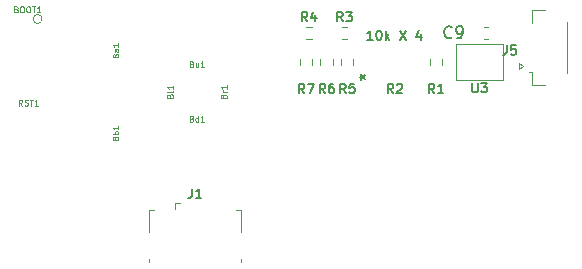
<source format=gbr>
%TF.GenerationSoftware,KiCad,Pcbnew,(5.1.9)-1*%
%TF.CreationDate,2021-08-08T21:49:21+01:00*%
%TF.ProjectId,glassphones - main pcb,676c6173-7370-4686-9f6e-6573202d206d,rev?*%
%TF.SameCoordinates,Original*%
%TF.FileFunction,Legend,Top*%
%TF.FilePolarity,Positive*%
%FSLAX46Y46*%
G04 Gerber Fmt 4.6, Leading zero omitted, Abs format (unit mm)*
G04 Created by KiCad (PCBNEW (5.1.9)-1) date 2021-08-08 21:49:21*
%MOMM*%
%LPD*%
G01*
G04 APERTURE LIST*
%ADD10C,0.120000*%
%ADD11C,0.050000*%
%ADD12C,0.153000*%
%ADD13C,0.150000*%
%ADD14C,0.100000*%
G04 APERTURE END LIST*
D10*
%TO.C,J2*%
X144655400Y-39329299D02*
G75*
G03*
X144655400Y-39329299I-381000J0D01*
G01*
%TO.C,J5*%
X187250000Y-44960000D02*
X186130000Y-44960000D01*
X186130000Y-44960000D02*
X186130000Y-43860000D01*
X186130000Y-43860000D02*
X185890000Y-43860000D01*
X187250000Y-38540000D02*
X186130000Y-38540000D01*
X186130000Y-38540000D02*
X186130000Y-39640000D01*
X189120000Y-43890000D02*
X189120000Y-39610000D01*
X185036447Y-43600000D02*
X185390000Y-43350000D01*
X185390000Y-43350000D02*
X185036447Y-43100000D01*
X185036447Y-43100000D02*
X185036447Y-43600000D01*
D11*
%TO.C,U3*%
X183675000Y-41475000D02*
X179675000Y-41475000D01*
X179675000Y-44475000D02*
X179675000Y-41475000D01*
X183675000Y-44475000D02*
X183675000Y-41475000D01*
X183675000Y-44475000D02*
X179675000Y-44475000D01*
D10*
%TO.C,J1*%
X155900000Y-54950000D02*
X155900000Y-55400000D01*
X155900000Y-54950000D02*
X156350000Y-54950000D01*
X161500000Y-55500000D02*
X161050000Y-55500000D01*
X161500000Y-57350000D02*
X161500000Y-55500000D01*
X153700000Y-59900000D02*
X153700000Y-59650000D01*
X161500000Y-59900000D02*
X161500000Y-59650000D01*
X153700000Y-57350000D02*
X153700000Y-55500000D01*
X153700000Y-55500000D02*
X154150000Y-55500000D01*
%TO.C,R7*%
X167522500Y-43237258D02*
X167522500Y-42762742D01*
X166477500Y-43237258D02*
X166477500Y-42762742D01*
%TO.C,R6*%
X169272500Y-43237258D02*
X169272500Y-42762742D01*
X168227500Y-43237258D02*
X168227500Y-42762742D01*
%TO.C,R5*%
X169977500Y-43237258D02*
X169977500Y-42762742D01*
X171022500Y-43237258D02*
X171022500Y-42762742D01*
%TO.C,R4*%
X167487258Y-41022500D02*
X167012742Y-41022500D01*
X167487258Y-39977500D02*
X167012742Y-39977500D01*
%TO.C,R3*%
X170487258Y-41022500D02*
X170012742Y-41022500D01*
X170487258Y-39977500D02*
X170012742Y-39977500D01*
%TO.C,R1*%
X178522500Y-42762742D02*
X178522500Y-43237258D01*
X177477500Y-42762742D02*
X177477500Y-43237258D01*
%TO.C,C9*%
X182390580Y-41010000D02*
X182109420Y-41010000D01*
X182390580Y-39990000D02*
X182109420Y-39990000D01*
%TO.C,J5*%
D12*
X183983333Y-41561904D02*
X183983333Y-42133333D01*
X183945238Y-42247619D01*
X183869047Y-42323809D01*
X183754761Y-42361904D01*
X183678571Y-42361904D01*
X184745238Y-41561904D02*
X184364285Y-41561904D01*
X184326190Y-41942857D01*
X184364285Y-41904761D01*
X184440476Y-41866666D01*
X184630952Y-41866666D01*
X184707142Y-41904761D01*
X184745238Y-41942857D01*
X184783333Y-42019047D01*
X184783333Y-42209523D01*
X184745238Y-42285714D01*
X184707142Y-42323809D01*
X184630952Y-42361904D01*
X184440476Y-42361904D01*
X184364285Y-42323809D01*
X184326190Y-42285714D01*
%TO.C,R2*%
X174366666Y-45611904D02*
X174100000Y-45230952D01*
X173909523Y-45611904D02*
X173909523Y-44811904D01*
X174214285Y-44811904D01*
X174290476Y-44850000D01*
X174328571Y-44888095D01*
X174366666Y-44964285D01*
X174366666Y-45078571D01*
X174328571Y-45154761D01*
X174290476Y-45192857D01*
X174214285Y-45230952D01*
X173909523Y-45230952D01*
X174671428Y-44888095D02*
X174709523Y-44850000D01*
X174785714Y-44811904D01*
X174976190Y-44811904D01*
X175052380Y-44850000D01*
X175090476Y-44888095D01*
X175128571Y-44964285D01*
X175128571Y-45040476D01*
X175090476Y-45154761D01*
X174633333Y-45611904D01*
X175128571Y-45611904D01*
X172652380Y-41111904D02*
X172195238Y-41111904D01*
X172423809Y-41111904D02*
X172423809Y-40311904D01*
X172347619Y-40426190D01*
X172271428Y-40502380D01*
X172195238Y-40540476D01*
X173147619Y-40311904D02*
X173223809Y-40311904D01*
X173300000Y-40350000D01*
X173338095Y-40388095D01*
X173376190Y-40464285D01*
X173414285Y-40616666D01*
X173414285Y-40807142D01*
X173376190Y-40959523D01*
X173338095Y-41035714D01*
X173300000Y-41073809D01*
X173223809Y-41111904D01*
X173147619Y-41111904D01*
X173071428Y-41073809D01*
X173033333Y-41035714D01*
X172995238Y-40959523D01*
X172957142Y-40807142D01*
X172957142Y-40616666D01*
X172995238Y-40464285D01*
X173033333Y-40388095D01*
X173071428Y-40350000D01*
X173147619Y-40311904D01*
X173757142Y-41111904D02*
X173757142Y-40311904D01*
X173833333Y-40807142D02*
X174061904Y-41111904D01*
X174061904Y-40578571D02*
X173757142Y-40883333D01*
X174938095Y-40311904D02*
X175471428Y-41111904D01*
X175471428Y-40311904D02*
X174938095Y-41111904D01*
X176728571Y-40578571D02*
X176728571Y-41111904D01*
X176538095Y-40273809D02*
X176347619Y-40845238D01*
X176842857Y-40845238D01*
D13*
X171539380Y-44257300D02*
X171777476Y-44257300D01*
X171682238Y-44495395D02*
X171777476Y-44257300D01*
X171682238Y-44019204D01*
X171967952Y-44400157D02*
X171777476Y-44257300D01*
X171967952Y-44114442D01*
X171539380Y-44257300D02*
X171777476Y-44257300D01*
X171682238Y-44495395D02*
X171777476Y-44257300D01*
X171682238Y-44019204D01*
X171967952Y-44400157D02*
X171777476Y-44257300D01*
X171967952Y-44114442D01*
%TO.C,U3*%
D12*
X181064807Y-44749902D02*
X181064807Y-45397521D01*
X181102902Y-45473712D01*
X181140997Y-45511807D01*
X181217188Y-45549902D01*
X181369569Y-45549902D01*
X181445759Y-45511807D01*
X181483854Y-45473712D01*
X181521950Y-45397521D01*
X181521950Y-44749902D01*
X181826711Y-44749902D02*
X182321950Y-44749902D01*
X182055283Y-45054664D01*
X182169569Y-45054664D01*
X182245759Y-45092759D01*
X182283854Y-45130855D01*
X182321950Y-45207045D01*
X182321950Y-45397521D01*
X182283854Y-45473712D01*
X182245759Y-45511807D01*
X182169569Y-45549902D01*
X181940997Y-45549902D01*
X181864807Y-45511807D01*
X181826711Y-45473712D01*
%TO.C,RST1*%
D14*
X142982104Y-46661756D02*
X142815437Y-46423661D01*
X142696389Y-46661756D02*
X142696389Y-46161756D01*
X142886866Y-46161756D01*
X142934485Y-46185566D01*
X142958294Y-46209375D01*
X142982104Y-46256994D01*
X142982104Y-46328423D01*
X142958294Y-46376042D01*
X142934485Y-46399851D01*
X142886866Y-46423661D01*
X142696389Y-46423661D01*
X143172580Y-46637946D02*
X143244009Y-46661756D01*
X143363056Y-46661756D01*
X143410675Y-46637946D01*
X143434485Y-46614137D01*
X143458294Y-46566518D01*
X143458294Y-46518899D01*
X143434485Y-46471280D01*
X143410675Y-46447470D01*
X143363056Y-46423661D01*
X143267818Y-46399851D01*
X143220199Y-46376042D01*
X143196389Y-46352232D01*
X143172580Y-46304613D01*
X143172580Y-46256994D01*
X143196389Y-46209375D01*
X143220199Y-46185566D01*
X143267818Y-46161756D01*
X143386866Y-46161756D01*
X143458294Y-46185566D01*
X143601151Y-46161756D02*
X143886866Y-46161756D01*
X143744009Y-46661756D02*
X143744009Y-46161756D01*
X144315437Y-46661756D02*
X144029723Y-46661756D01*
X144172580Y-46661756D02*
X144172580Y-46161756D01*
X144124961Y-46233185D01*
X144077342Y-46280804D01*
X144029723Y-46304613D01*
%TO.C,Ba1*%
X150864285Y-42428571D02*
X150888095Y-42357142D01*
X150911904Y-42333333D01*
X150959523Y-42309523D01*
X151030952Y-42309523D01*
X151078571Y-42333333D01*
X151102380Y-42357142D01*
X151126190Y-42404761D01*
X151126190Y-42595238D01*
X150626190Y-42595238D01*
X150626190Y-42428571D01*
X150650000Y-42380952D01*
X150673809Y-42357142D01*
X150721428Y-42333333D01*
X150769047Y-42333333D01*
X150816666Y-42357142D01*
X150840476Y-42380952D01*
X150864285Y-42428571D01*
X150864285Y-42595238D01*
X151126190Y-41880952D02*
X150864285Y-41880952D01*
X150816666Y-41904761D01*
X150792857Y-41952380D01*
X150792857Y-42047619D01*
X150816666Y-42095238D01*
X151102380Y-41880952D02*
X151126190Y-41928571D01*
X151126190Y-42047619D01*
X151102380Y-42095238D01*
X151054761Y-42119047D01*
X151007142Y-42119047D01*
X150959523Y-42095238D01*
X150935714Y-42047619D01*
X150935714Y-41928571D01*
X150911904Y-41880952D01*
X151126190Y-41380952D02*
X151126190Y-41666666D01*
X151126190Y-41523809D02*
X150626190Y-41523809D01*
X150697619Y-41571428D01*
X150745238Y-41619047D01*
X150769047Y-41666666D01*
%TO.C,Bu1*%
X157321428Y-43164285D02*
X157392857Y-43188095D01*
X157416666Y-43211904D01*
X157440476Y-43259523D01*
X157440476Y-43330952D01*
X157416666Y-43378571D01*
X157392857Y-43402380D01*
X157345238Y-43426190D01*
X157154761Y-43426190D01*
X157154761Y-42926190D01*
X157321428Y-42926190D01*
X157369047Y-42950000D01*
X157392857Y-42973809D01*
X157416666Y-43021428D01*
X157416666Y-43069047D01*
X157392857Y-43116666D01*
X157369047Y-43140476D01*
X157321428Y-43164285D01*
X157154761Y-43164285D01*
X157869047Y-43092857D02*
X157869047Y-43426190D01*
X157654761Y-43092857D02*
X157654761Y-43354761D01*
X157678571Y-43402380D01*
X157726190Y-43426190D01*
X157797619Y-43426190D01*
X157845238Y-43402380D01*
X157869047Y-43378571D01*
X158369047Y-43426190D02*
X158083333Y-43426190D01*
X158226190Y-43426190D02*
X158226190Y-42926190D01*
X158178571Y-42997619D01*
X158130952Y-43045238D01*
X158083333Y-43069047D01*
%TO.C,Br1*%
X160014285Y-45857142D02*
X160038095Y-45785714D01*
X160061904Y-45761904D01*
X160109523Y-45738095D01*
X160180952Y-45738095D01*
X160228571Y-45761904D01*
X160252380Y-45785714D01*
X160276190Y-45833333D01*
X160276190Y-46023809D01*
X159776190Y-46023809D01*
X159776190Y-45857142D01*
X159800000Y-45809523D01*
X159823809Y-45785714D01*
X159871428Y-45761904D01*
X159919047Y-45761904D01*
X159966666Y-45785714D01*
X159990476Y-45809523D01*
X160014285Y-45857142D01*
X160014285Y-46023809D01*
X160276190Y-45523809D02*
X159942857Y-45523809D01*
X160038095Y-45523809D02*
X159990476Y-45500000D01*
X159966666Y-45476190D01*
X159942857Y-45428571D01*
X159942857Y-45380952D01*
X160276190Y-44952380D02*
X160276190Y-45238095D01*
X160276190Y-45095238D02*
X159776190Y-45095238D01*
X159847619Y-45142857D01*
X159895238Y-45190476D01*
X159919047Y-45238095D01*
%TO.C,BOOT1*%
X142483333Y-38514285D02*
X142554761Y-38538095D01*
X142578571Y-38561904D01*
X142602380Y-38609523D01*
X142602380Y-38680952D01*
X142578571Y-38728571D01*
X142554761Y-38752380D01*
X142507142Y-38776190D01*
X142316666Y-38776190D01*
X142316666Y-38276190D01*
X142483333Y-38276190D01*
X142530952Y-38300000D01*
X142554761Y-38323809D01*
X142578571Y-38371428D01*
X142578571Y-38419047D01*
X142554761Y-38466666D01*
X142530952Y-38490476D01*
X142483333Y-38514285D01*
X142316666Y-38514285D01*
X142911904Y-38276190D02*
X143007142Y-38276190D01*
X143054761Y-38300000D01*
X143102380Y-38347619D01*
X143126190Y-38442857D01*
X143126190Y-38609523D01*
X143102380Y-38704761D01*
X143054761Y-38752380D01*
X143007142Y-38776190D01*
X142911904Y-38776190D01*
X142864285Y-38752380D01*
X142816666Y-38704761D01*
X142792857Y-38609523D01*
X142792857Y-38442857D01*
X142816666Y-38347619D01*
X142864285Y-38300000D01*
X142911904Y-38276190D01*
X143435714Y-38276190D02*
X143530952Y-38276190D01*
X143578571Y-38300000D01*
X143626190Y-38347619D01*
X143650000Y-38442857D01*
X143650000Y-38609523D01*
X143626190Y-38704761D01*
X143578571Y-38752380D01*
X143530952Y-38776190D01*
X143435714Y-38776190D01*
X143388095Y-38752380D01*
X143340476Y-38704761D01*
X143316666Y-38609523D01*
X143316666Y-38442857D01*
X143340476Y-38347619D01*
X143388095Y-38300000D01*
X143435714Y-38276190D01*
X143792857Y-38276190D02*
X144078571Y-38276190D01*
X143935714Y-38776190D02*
X143935714Y-38276190D01*
X144507142Y-38776190D02*
X144221428Y-38776190D01*
X144364285Y-38776190D02*
X144364285Y-38276190D01*
X144316666Y-38347619D01*
X144269047Y-38395238D01*
X144221428Y-38419047D01*
%TO.C,Bl1*%
X155464285Y-45833333D02*
X155488095Y-45761904D01*
X155511904Y-45738095D01*
X155559523Y-45714285D01*
X155630952Y-45714285D01*
X155678571Y-45738095D01*
X155702380Y-45761904D01*
X155726190Y-45809523D01*
X155726190Y-46000000D01*
X155226190Y-46000000D01*
X155226190Y-45833333D01*
X155250000Y-45785714D01*
X155273809Y-45761904D01*
X155321428Y-45738095D01*
X155369047Y-45738095D01*
X155416666Y-45761904D01*
X155440476Y-45785714D01*
X155464285Y-45833333D01*
X155464285Y-46000000D01*
X155726190Y-45428571D02*
X155702380Y-45476190D01*
X155654761Y-45500000D01*
X155226190Y-45500000D01*
X155726190Y-44976190D02*
X155726190Y-45261904D01*
X155726190Y-45119047D02*
X155226190Y-45119047D01*
X155297619Y-45166666D01*
X155345238Y-45214285D01*
X155369047Y-45261904D01*
%TO.C,Bd1*%
X157321428Y-47764285D02*
X157392857Y-47788095D01*
X157416666Y-47811904D01*
X157440476Y-47859523D01*
X157440476Y-47930952D01*
X157416666Y-47978571D01*
X157392857Y-48002380D01*
X157345238Y-48026190D01*
X157154761Y-48026190D01*
X157154761Y-47526190D01*
X157321428Y-47526190D01*
X157369047Y-47550000D01*
X157392857Y-47573809D01*
X157416666Y-47621428D01*
X157416666Y-47669047D01*
X157392857Y-47716666D01*
X157369047Y-47740476D01*
X157321428Y-47764285D01*
X157154761Y-47764285D01*
X157869047Y-48026190D02*
X157869047Y-47526190D01*
X157869047Y-48002380D02*
X157821428Y-48026190D01*
X157726190Y-48026190D01*
X157678571Y-48002380D01*
X157654761Y-47978571D01*
X157630952Y-47930952D01*
X157630952Y-47788095D01*
X157654761Y-47740476D01*
X157678571Y-47716666D01*
X157726190Y-47692857D01*
X157821428Y-47692857D01*
X157869047Y-47716666D01*
X158369047Y-48026190D02*
X158083333Y-48026190D01*
X158226190Y-48026190D02*
X158226190Y-47526190D01*
X158178571Y-47597619D01*
X158130952Y-47645238D01*
X158083333Y-47669047D01*
%TO.C,Bb1*%
X150864285Y-49428571D02*
X150888095Y-49357142D01*
X150911904Y-49333333D01*
X150959523Y-49309523D01*
X151030952Y-49309523D01*
X151078571Y-49333333D01*
X151102380Y-49357142D01*
X151126190Y-49404761D01*
X151126190Y-49595238D01*
X150626190Y-49595238D01*
X150626190Y-49428571D01*
X150650000Y-49380952D01*
X150673809Y-49357142D01*
X150721428Y-49333333D01*
X150769047Y-49333333D01*
X150816666Y-49357142D01*
X150840476Y-49380952D01*
X150864285Y-49428571D01*
X150864285Y-49595238D01*
X151126190Y-49095238D02*
X150626190Y-49095238D01*
X150816666Y-49095238D02*
X150792857Y-49047619D01*
X150792857Y-48952380D01*
X150816666Y-48904761D01*
X150840476Y-48880952D01*
X150888095Y-48857142D01*
X151030952Y-48857142D01*
X151078571Y-48880952D01*
X151102380Y-48904761D01*
X151126190Y-48952380D01*
X151126190Y-49047619D01*
X151102380Y-49095238D01*
X151126190Y-48380952D02*
X151126190Y-48666666D01*
X151126190Y-48523809D02*
X150626190Y-48523809D01*
X150697619Y-48571428D01*
X150745238Y-48619047D01*
X150769047Y-48666666D01*
%TO.C,J1*%
D12*
X157333333Y-53711904D02*
X157333333Y-54283333D01*
X157295238Y-54397619D01*
X157219047Y-54473809D01*
X157104761Y-54511904D01*
X157028571Y-54511904D01*
X158133333Y-54511904D02*
X157676190Y-54511904D01*
X157904761Y-54511904D02*
X157904761Y-53711904D01*
X157828571Y-53826190D01*
X157752380Y-53902380D01*
X157676190Y-53940476D01*
%TO.C,R7*%
X166866666Y-45611904D02*
X166600000Y-45230952D01*
X166409523Y-45611904D02*
X166409523Y-44811904D01*
X166714285Y-44811904D01*
X166790476Y-44850000D01*
X166828571Y-44888095D01*
X166866666Y-44964285D01*
X166866666Y-45078571D01*
X166828571Y-45154761D01*
X166790476Y-45192857D01*
X166714285Y-45230952D01*
X166409523Y-45230952D01*
X167133333Y-44811904D02*
X167666666Y-44811904D01*
X167323809Y-45611904D01*
%TO.C,R6*%
X168616666Y-45611904D02*
X168350000Y-45230952D01*
X168159523Y-45611904D02*
X168159523Y-44811904D01*
X168464285Y-44811904D01*
X168540476Y-44850000D01*
X168578571Y-44888095D01*
X168616666Y-44964285D01*
X168616666Y-45078571D01*
X168578571Y-45154761D01*
X168540476Y-45192857D01*
X168464285Y-45230952D01*
X168159523Y-45230952D01*
X169302380Y-44811904D02*
X169150000Y-44811904D01*
X169073809Y-44850000D01*
X169035714Y-44888095D01*
X168959523Y-45002380D01*
X168921428Y-45154761D01*
X168921428Y-45459523D01*
X168959523Y-45535714D01*
X168997619Y-45573809D01*
X169073809Y-45611904D01*
X169226190Y-45611904D01*
X169302380Y-45573809D01*
X169340476Y-45535714D01*
X169378571Y-45459523D01*
X169378571Y-45269047D01*
X169340476Y-45192857D01*
X169302380Y-45154761D01*
X169226190Y-45116666D01*
X169073809Y-45116666D01*
X168997619Y-45154761D01*
X168959523Y-45192857D01*
X168921428Y-45269047D01*
%TO.C,R5*%
X170366666Y-45611904D02*
X170100000Y-45230952D01*
X169909523Y-45611904D02*
X169909523Y-44811904D01*
X170214285Y-44811904D01*
X170290476Y-44850000D01*
X170328571Y-44888095D01*
X170366666Y-44964285D01*
X170366666Y-45078571D01*
X170328571Y-45154761D01*
X170290476Y-45192857D01*
X170214285Y-45230952D01*
X169909523Y-45230952D01*
X171090476Y-44811904D02*
X170709523Y-44811904D01*
X170671428Y-45192857D01*
X170709523Y-45154761D01*
X170785714Y-45116666D01*
X170976190Y-45116666D01*
X171052380Y-45154761D01*
X171090476Y-45192857D01*
X171128571Y-45269047D01*
X171128571Y-45459523D01*
X171090476Y-45535714D01*
X171052380Y-45573809D01*
X170976190Y-45611904D01*
X170785714Y-45611904D01*
X170709523Y-45573809D01*
X170671428Y-45535714D01*
%TO.C,R4*%
X167116666Y-39541904D02*
X166850000Y-39160952D01*
X166659523Y-39541904D02*
X166659523Y-38741904D01*
X166964285Y-38741904D01*
X167040476Y-38780000D01*
X167078571Y-38818095D01*
X167116666Y-38894285D01*
X167116666Y-39008571D01*
X167078571Y-39084761D01*
X167040476Y-39122857D01*
X166964285Y-39160952D01*
X166659523Y-39160952D01*
X167802380Y-39008571D02*
X167802380Y-39541904D01*
X167611904Y-38703809D02*
X167421428Y-39275238D01*
X167916666Y-39275238D01*
%TO.C,R3*%
X170116666Y-39541904D02*
X169850000Y-39160952D01*
X169659523Y-39541904D02*
X169659523Y-38741904D01*
X169964285Y-38741904D01*
X170040476Y-38780000D01*
X170078571Y-38818095D01*
X170116666Y-38894285D01*
X170116666Y-39008571D01*
X170078571Y-39084761D01*
X170040476Y-39122857D01*
X169964285Y-39160952D01*
X169659523Y-39160952D01*
X170383333Y-38741904D02*
X170878571Y-38741904D01*
X170611904Y-39046666D01*
X170726190Y-39046666D01*
X170802380Y-39084761D01*
X170840476Y-39122857D01*
X170878571Y-39199047D01*
X170878571Y-39389523D01*
X170840476Y-39465714D01*
X170802380Y-39503809D01*
X170726190Y-39541904D01*
X170497619Y-39541904D01*
X170421428Y-39503809D01*
X170383333Y-39465714D01*
%TO.C,R1*%
X177866666Y-45611904D02*
X177600000Y-45230952D01*
X177409523Y-45611904D02*
X177409523Y-44811904D01*
X177714285Y-44811904D01*
X177790476Y-44850000D01*
X177828571Y-44888095D01*
X177866666Y-44964285D01*
X177866666Y-45078571D01*
X177828571Y-45154761D01*
X177790476Y-45192857D01*
X177714285Y-45230952D01*
X177409523Y-45230952D01*
X178628571Y-45611904D02*
X178171428Y-45611904D01*
X178400000Y-45611904D02*
X178400000Y-44811904D01*
X178323809Y-44926190D01*
X178247619Y-45002380D01*
X178171428Y-45040476D01*
%TO.C,C9*%
D13*
X179333333Y-40857142D02*
X179285714Y-40904761D01*
X179142857Y-40952380D01*
X179047619Y-40952380D01*
X178904761Y-40904761D01*
X178809523Y-40809523D01*
X178761904Y-40714285D01*
X178714285Y-40523809D01*
X178714285Y-40380952D01*
X178761904Y-40190476D01*
X178809523Y-40095238D01*
X178904761Y-40000000D01*
X179047619Y-39952380D01*
X179142857Y-39952380D01*
X179285714Y-40000000D01*
X179333333Y-40047619D01*
X179809523Y-40952380D02*
X180000000Y-40952380D01*
X180095238Y-40904761D01*
X180142857Y-40857142D01*
X180238095Y-40714285D01*
X180285714Y-40523809D01*
X180285714Y-40142857D01*
X180238095Y-40047619D01*
X180190476Y-40000000D01*
X180095238Y-39952380D01*
X179904761Y-39952380D01*
X179809523Y-40000000D01*
X179761904Y-40047619D01*
X179714285Y-40142857D01*
X179714285Y-40380952D01*
X179761904Y-40476190D01*
X179809523Y-40523809D01*
X179904761Y-40571428D01*
X180095238Y-40571428D01*
X180190476Y-40523809D01*
X180238095Y-40476190D01*
X180285714Y-40380952D01*
%TD*%
M02*

</source>
